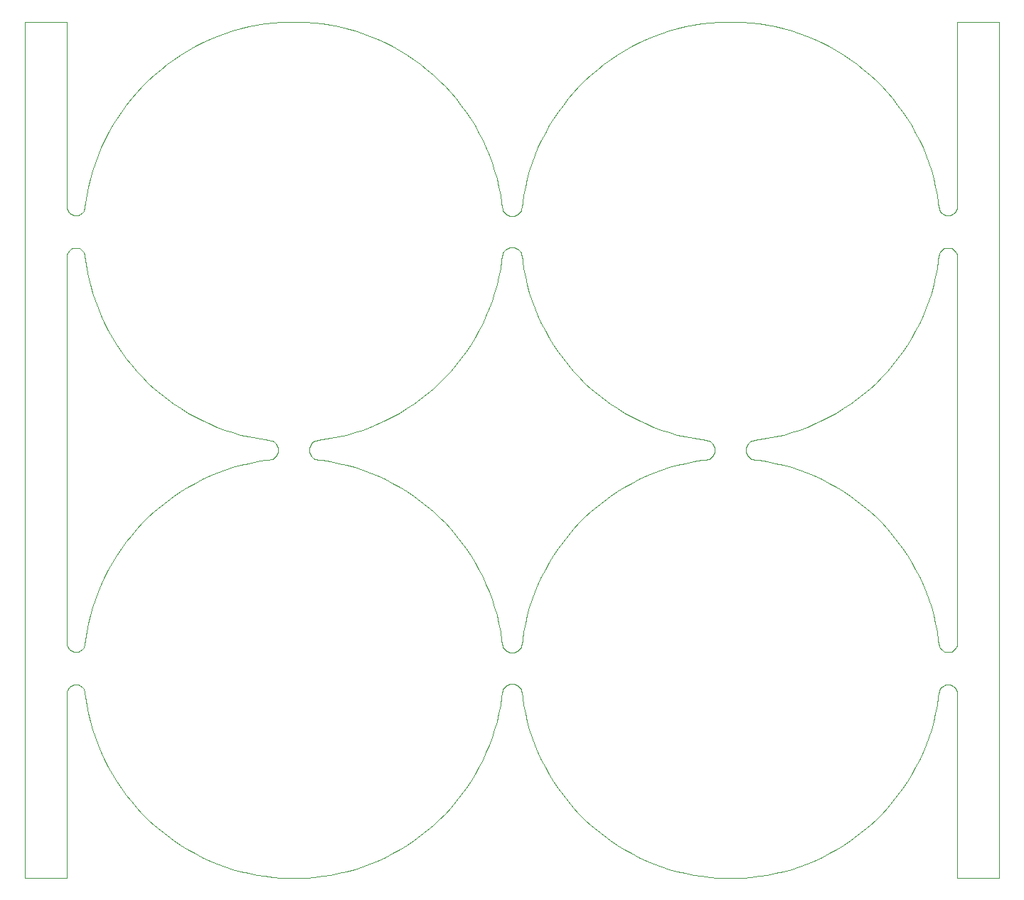
<source format=gm1>
%TF.GenerationSoftware,KiCad,Pcbnew,9.0.0*%
%TF.CreationDate,2025-02-27T10:20:03-06:00*%
%TF.ProjectId,reverse-panel,72657665-7273-4652-9d70-616e656c2e6b,rev?*%
%TF.SameCoordinates,Original*%
%TF.FileFunction,Profile,NP*%
%FSLAX46Y46*%
G04 Gerber Fmt 4.6, Leading zero omitted, Abs format (unit mm)*
G04 Created by KiCad (PCBNEW 9.0.0) date 2025-02-27 10:20:03*
%MOMM*%
%LPD*%
G01*
G04 APERTURE LIST*
%TA.AperFunction,Profile*%
%ADD10C,0.100000*%
%TD*%
G04 APERTURE END LIST*
D10*
X66606311Y-68687708D02*
X67327184Y-68021340D01*
X23666702Y-99997790D02*
X23827879Y-100050160D01*
X99753360Y-76882071D02*
X99882071Y-76753360D01*
X95687711Y-25810023D02*
X94742883Y-26076492D01*
X37358566Y-28431640D02*
X36521542Y-28944569D01*
X25130160Y-52747879D02*
X25077790Y-52586702D01*
X59111762Y-26719627D02*
X58190754Y-26379849D01*
X85393689Y-83312292D02*
X84672816Y-83978660D01*
X18000000Y-25000000D02*
X23000000Y-25000000D01*
X96642271Y-74419147D02*
X97605093Y-74610664D01*
X30066984Y-117088899D02*
X30674739Y-117859832D01*
X23029840Y-99252121D02*
X23082210Y-99413298D01*
X58190754Y-73620151D02*
X59111762Y-73280373D01*
X55357729Y-126419147D02*
X56312289Y-126189977D01*
X99882071Y-75246640D02*
X99753360Y-75117929D01*
X61784918Y-72048032D02*
X62641434Y-71568360D01*
X114641434Y-123568360D02*
X115478458Y-123055431D01*
X33393689Y-31312292D02*
X32672816Y-31978660D01*
X123568360Y-114641434D02*
X124048032Y-113784918D01*
X128921119Y-99428562D02*
X128973489Y-99267385D01*
X54394907Y-74610664D02*
X55357729Y-74419147D01*
X51843576Y-75908987D02*
X51843576Y-76091013D01*
X65088899Y-69933016D02*
X65859832Y-69325261D01*
X81489964Y-116294699D02*
X82066984Y-117088899D01*
X110190754Y-125620151D02*
X111111762Y-125280373D01*
X83978660Y-67327184D02*
X84672816Y-68021340D01*
X25156671Y-104915264D02*
X25130160Y-104747879D01*
X90215082Y-72048032D02*
X91089769Y-72493707D01*
X36521542Y-71055431D02*
X37358566Y-71568360D01*
X127218596Y-52178762D02*
X127098762Y-52298596D01*
X78379849Y-58190754D02*
X78719627Y-59111762D01*
X61784918Y-79951968D02*
X60910231Y-79506293D01*
X99989063Y-76606098D02*
X100071700Y-76443913D01*
X88521542Y-123055431D02*
X89358566Y-123568360D01*
X99443913Y-77071700D02*
X99606098Y-76989063D01*
X49509158Y-25004819D02*
X48528230Y-25043360D01*
X105425309Y-126764234D02*
X106394907Y-126610664D01*
X128840851Y-52435702D02*
X128741238Y-52298596D01*
X77127949Y-47270797D02*
X77156424Y-47091013D01*
X30674739Y-117859832D02*
X31312292Y-118606311D01*
X83312292Y-33393689D02*
X82674739Y-34140168D01*
X93809246Y-78379849D02*
X92888238Y-78719627D01*
X24332121Y-103949840D02*
X24164736Y-103923329D01*
X124493707Y-91089769D02*
X124048032Y-90215082D01*
X74843576Y-47084736D02*
X74764234Y-46574691D01*
X77071700Y-52556087D02*
X76989063Y-52393902D01*
X47443913Y-74928300D02*
X47270797Y-74872051D01*
X78719627Y-111111762D02*
X79095301Y-112018721D01*
X24164736Y-51923329D02*
X23995264Y-51923329D01*
X75908987Y-103843576D02*
X75729203Y-103872051D01*
X99270797Y-77127949D02*
X99443913Y-77071700D01*
X23827879Y-48050160D02*
X23995264Y-48076671D01*
X128744567Y-104313860D02*
X128624733Y-104194026D01*
X47753360Y-76882071D02*
X47882071Y-76753360D01*
X39089769Y-72493707D02*
X39981279Y-72904699D01*
X127098762Y-52298596D02*
X126999149Y-52435702D01*
X76606098Y-104010937D02*
X76443913Y-103928300D01*
X108312289Y-74189977D02*
X109257117Y-73923508D01*
X41809246Y-78379849D02*
X40888238Y-78719627D01*
X128844180Y-99579562D02*
X128921119Y-99428562D01*
X76882071Y-104246640D02*
X76753360Y-104117929D01*
X26379849Y-93809246D02*
X26076492Y-94742883D01*
X47606098Y-75010937D02*
X47443913Y-74928300D01*
X25580853Y-44642271D02*
X25389336Y-45605093D01*
X74189977Y-43687711D02*
X73923508Y-42742883D01*
X126846658Y-99100000D02*
X126873169Y-99267385D01*
X79506293Y-60910231D02*
X79951968Y-61784918D01*
X123568360Y-89358566D02*
X123055431Y-88521542D01*
X54394907Y-77389336D02*
X53425309Y-77235766D01*
X23029840Y-52747879D02*
X23003329Y-52915264D01*
X121325261Y-86140168D02*
X120687708Y-85393689D01*
X107357729Y-77580853D02*
X106394907Y-77389336D01*
X23159149Y-52435702D02*
X23082210Y-52586702D01*
X114641434Y-80431640D02*
X113784918Y-79951968D01*
X64294699Y-29489964D02*
X63478458Y-28944569D01*
X120021340Y-84672816D02*
X119327184Y-83978660D01*
X23515702Y-52079149D02*
X23378596Y-52178762D01*
X89358566Y-123568360D02*
X90215082Y-124048032D01*
X56312289Y-77810023D02*
X55357729Y-77580853D01*
X127671208Y-100065424D02*
X127838593Y-100091935D01*
X126764234Y-53425309D02*
X126843329Y-52915264D01*
X24332121Y-48050160D02*
X24493298Y-47997790D01*
X123055431Y-88521542D02*
X122510036Y-87705301D01*
X106394907Y-25389336D02*
X105425309Y-25235766D01*
X28431640Y-89358566D02*
X27951968Y-90215082D01*
X75908987Y-48156424D02*
X76091013Y-48156424D01*
X23378596Y-99821238D02*
X23515702Y-99920851D01*
X100156424Y-76091013D02*
X100156424Y-75908987D01*
X124904699Y-91981279D02*
X124493707Y-91089769D01*
X120021340Y-67327184D02*
X120687708Y-66606311D01*
X51928300Y-76443913D02*
X52010937Y-76606098D01*
X23082210Y-52586702D02*
X23029840Y-52747879D01*
X71055431Y-88521542D02*
X70510036Y-87705301D01*
X63478458Y-123055431D02*
X64294699Y-122510036D01*
X73280373Y-59111762D02*
X73620151Y-58190754D01*
X26719627Y-111111762D02*
X27095301Y-112018721D01*
X60018721Y-124904699D02*
X60910231Y-124493707D01*
X23029840Y-104747879D02*
X23003329Y-104915264D01*
X78076492Y-94742883D02*
X77810023Y-95687711D01*
X99549571Y-25120382D02*
X98574691Y-25235766D01*
X121325261Y-34140168D02*
X120687708Y-33393689D01*
X77071700Y-99443913D02*
X77127949Y-99270797D01*
X114641434Y-28431640D02*
X113784918Y-27951968D01*
X105425309Y-25235766D02*
X104450429Y-25120382D01*
X126189977Y-56312289D02*
X126419147Y-55357729D01*
X76443913Y-48071700D02*
X76606098Y-47989063D01*
X24493298Y-52002210D02*
X24332121Y-51949840D01*
X71055431Y-63478458D02*
X71568360Y-62641434D01*
X23258762Y-104298596D02*
X23159149Y-104435702D01*
X43687711Y-74189977D02*
X44642271Y-74419147D01*
X28944569Y-36521542D02*
X28431640Y-37358566D01*
X79506293Y-112910231D02*
X79951968Y-113784918D01*
X124904699Y-112018721D02*
X125280373Y-111111762D01*
X97605093Y-77389336D02*
X96642271Y-77580853D01*
X26076492Y-94742883D02*
X25810023Y-95687711D01*
X120021340Y-119327184D02*
X120687708Y-118606311D01*
X52246640Y-75117929D02*
X52117929Y-75246640D01*
X80431640Y-62641434D02*
X80944569Y-63478458D01*
X127510031Y-100013054D02*
X127671208Y-100065424D01*
X80431640Y-114641434D02*
X80944569Y-115478458D01*
X31978660Y-84672816D02*
X31312292Y-85393689D01*
X72493707Y-112910231D02*
X72904699Y-112018721D01*
X118606311Y-31312292D02*
X117859832Y-30674739D01*
X24493298Y-47997790D02*
X24644298Y-47920851D01*
X112018721Y-27095301D02*
X111111762Y-26719627D01*
X126764234Y-46574691D02*
X126610664Y-45605093D01*
X74610664Y-106394907D02*
X74764234Y-105425309D01*
X85393689Y-120687708D02*
X86140168Y-121325261D01*
X76882071Y-47753360D02*
X76989063Y-47606098D01*
X25389336Y-54394907D02*
X25580853Y-55357729D01*
X25235766Y-46574691D02*
X25156671Y-47084736D01*
X99989063Y-75393902D02*
X99882071Y-75246640D01*
X75010937Y-52393902D02*
X74928300Y-52556087D01*
X86911101Y-121933016D02*
X87705301Y-122510036D01*
X85393689Y-68687708D02*
X86140168Y-69325261D01*
X68021340Y-84672816D02*
X67327184Y-83978660D01*
X124904699Y-39981279D02*
X124493707Y-39089769D01*
X47270797Y-74872051D02*
X47091013Y-74843576D01*
X59111762Y-78719627D02*
X58190754Y-78379849D01*
X25235766Y-98574691D02*
X25156671Y-99084736D01*
X30674739Y-86140168D02*
X30066984Y-86911101D01*
X78719627Y-92888238D02*
X78379849Y-93809246D01*
X78719627Y-59111762D02*
X79095301Y-60018721D01*
X124048032Y-61784918D02*
X124493707Y-60910231D01*
X23378596Y-52178762D02*
X23258762Y-52298596D01*
X127838593Y-100091935D02*
X128008065Y-100091935D01*
X63478458Y-80944569D02*
X62641434Y-80431640D01*
X56312289Y-25810023D02*
X55357729Y-25580853D01*
X73923508Y-109257117D02*
X74189977Y-108312289D01*
X28431640Y-62641434D02*
X28944569Y-63478458D01*
X75246640Y-47882071D02*
X75393902Y-47989063D01*
X74928300Y-104556087D02*
X74872051Y-104729203D01*
X24493298Y-104002210D02*
X24332121Y-103949840D01*
X75117929Y-99753360D02*
X75246640Y-99882071D01*
X75010937Y-47606098D02*
X75117929Y-47753360D01*
X23258762Y-52298596D02*
X23159149Y-52435702D01*
X74419147Y-44642271D02*
X74189977Y-43687711D01*
X128621404Y-47821238D02*
X128741238Y-47701404D01*
X75010937Y-104393902D02*
X74928300Y-104556087D01*
X25580853Y-96642271D02*
X25389336Y-97605093D01*
X126999149Y-47564298D02*
X127098762Y-47701404D01*
X56312289Y-126189977D02*
X57257117Y-125923508D01*
X38215082Y-27951968D02*
X37358566Y-28431640D01*
X74843576Y-99084736D02*
X74764234Y-98574691D01*
X55357729Y-25580853D02*
X54394907Y-25389336D01*
X128917790Y-47413298D02*
X128970160Y-47252121D01*
X75117929Y-52246640D02*
X75010937Y-52393902D01*
X126610664Y-106394907D02*
X126764234Y-105425309D01*
X85393689Y-31312292D02*
X84672816Y-31978660D01*
X99091013Y-77156424D02*
X99270797Y-77127949D01*
X76753360Y-47882071D02*
X76882071Y-47753360D01*
X25810023Y-95687711D02*
X25580853Y-96642271D01*
X128008065Y-103938593D02*
X127838593Y-103938593D01*
X32672816Y-83978660D02*
X31978660Y-84672816D01*
X65088899Y-30066984D02*
X64294699Y-29489964D01*
X125923508Y-42742883D02*
X125620151Y-41809246D01*
X126764234Y-98574691D02*
X126610664Y-97605093D01*
X128996671Y-52915264D02*
X128970160Y-52747879D01*
X77156424Y-104908987D02*
X77127949Y-104729203D01*
X34140168Y-82674739D02*
X33393689Y-83312292D01*
X86140168Y-30674739D02*
X85393689Y-31312292D01*
X73280373Y-92888238D02*
X72904699Y-91981279D01*
X35705301Y-70510036D02*
X36521542Y-71055431D01*
X124493707Y-39089769D02*
X124048032Y-38215082D01*
X103843576Y-75908987D02*
X103843576Y-76091013D01*
X51471770Y-126956640D02*
X52450429Y-126879618D01*
X75393902Y-104010937D02*
X75246640Y-104117929D01*
X104010937Y-75393902D02*
X103928300Y-75556087D01*
X127667879Y-48050160D02*
X127835264Y-48076671D01*
X76989063Y-104393902D02*
X76882071Y-104246640D01*
X80944569Y-36521542D02*
X80431640Y-37358566D01*
X25810023Y-56312289D02*
X26076492Y-57257117D01*
X39981279Y-72904699D02*
X40888238Y-73280373D01*
X51843576Y-76091013D02*
X51872051Y-76270797D01*
X105425309Y-74764234D02*
X106394907Y-74610664D01*
X88521542Y-28944569D02*
X87705301Y-29489964D01*
X25580853Y-107357729D02*
X25810023Y-108312289D01*
X53425309Y-77235766D02*
X52908987Y-77156424D01*
X127667879Y-51949840D02*
X127506702Y-52002210D01*
X116294699Y-70510036D02*
X117088899Y-69933016D01*
X125620151Y-93809246D02*
X125280373Y-92888238D01*
X68021340Y-32672816D02*
X67327184Y-31978660D01*
X82066984Y-65088899D02*
X82674739Y-65859832D01*
X50490842Y-25004819D02*
X49509158Y-25004819D01*
X124048032Y-90215082D02*
X123568360Y-89358566D01*
X76270797Y-103872051D02*
X76091013Y-103843576D01*
X25580853Y-55357729D02*
X25810023Y-56312289D01*
X48127949Y-75729203D02*
X48071700Y-75556087D01*
X109257117Y-78076492D02*
X108312289Y-77810023D01*
X76882071Y-52246640D02*
X76753360Y-52117929D01*
X121933016Y-34911101D02*
X121325261Y-34140168D01*
X79095301Y-112018721D02*
X79506293Y-112910231D01*
X46574691Y-74764234D02*
X47091013Y-74843576D01*
X77389336Y-106394907D02*
X77580853Y-107357729D01*
X129000000Y-25000000D02*
X129000000Y-47084736D01*
X96642271Y-126419147D02*
X97605093Y-126610664D01*
X77156424Y-52908987D02*
X77127949Y-52729203D01*
X77127949Y-99270797D02*
X77156424Y-99091013D01*
X103928300Y-76443913D02*
X104010937Y-76606098D01*
X119327184Y-83978660D02*
X118606311Y-83312292D01*
X69325261Y-117859832D02*
X69933016Y-117088899D01*
X52908987Y-74843576D02*
X53425309Y-74764234D01*
X76606098Y-52010937D02*
X76443913Y-51928300D01*
X120021340Y-32672816D02*
X119327184Y-31978660D01*
X24332121Y-100050160D02*
X24493298Y-99997790D01*
X126999149Y-52435702D02*
X126922210Y-52586702D01*
X100127949Y-76270797D02*
X100156424Y-76091013D01*
X23995264Y-51923329D02*
X23827879Y-51949840D01*
X128844180Y-104450966D02*
X128744567Y-104313860D01*
X127102091Y-99716668D02*
X127221925Y-99836502D01*
X75556087Y-48071700D02*
X75729203Y-48127949D01*
X37358566Y-123568360D02*
X38215082Y-124048032D01*
X78076492Y-57257117D02*
X78379849Y-58190754D01*
X84672816Y-31978660D02*
X83978660Y-32672816D01*
X104246640Y-75117929D02*
X104117929Y-75246640D01*
X127506702Y-47997790D02*
X127667879Y-48050160D01*
X122510036Y-64294699D02*
X123055431Y-63478458D01*
X28431640Y-114641434D02*
X28944569Y-115478458D01*
X91089769Y-27506293D02*
X90215082Y-27951968D01*
X92888238Y-26719627D02*
X91981279Y-27095301D01*
X25000851Y-104435702D02*
X24901238Y-104298596D01*
X23666702Y-52002210D02*
X23515702Y-52079149D01*
X53425309Y-25235766D02*
X52450429Y-25120382D01*
X25235766Y-53425309D02*
X25389336Y-54394907D01*
X34911101Y-121933016D02*
X35705301Y-122510036D01*
X71568360Y-62641434D02*
X72048032Y-61784918D01*
X128973489Y-104763143D02*
X128921119Y-104601966D01*
X74419147Y-96642271D02*
X74189977Y-95687711D01*
X104908987Y-74843576D02*
X104729203Y-74872051D01*
X104729203Y-77127949D02*
X104908987Y-77156424D01*
X73620151Y-41809246D02*
X73280373Y-40888238D01*
X91089769Y-124493707D02*
X91981279Y-124904699D01*
X126419147Y-55357729D02*
X126610664Y-54394907D01*
X47443913Y-77071700D02*
X47606098Y-76989063D01*
X68687708Y-66606311D02*
X69325261Y-65859832D01*
X128970160Y-52747879D02*
X128917790Y-52586702D01*
X75729203Y-48127949D02*
X75908987Y-48156424D01*
X27951968Y-61784918D02*
X28431640Y-62641434D01*
X40888238Y-73280373D02*
X41809246Y-73620151D01*
X128004736Y-48076671D02*
X128172121Y-48050160D01*
X120687708Y-85393689D02*
X120021340Y-84672816D01*
X75246640Y-99882071D02*
X75393902Y-99989063D01*
X24164736Y-48076671D02*
X24332121Y-48050160D01*
X126925539Y-99428562D02*
X127002478Y-99579562D01*
X36521542Y-80944569D02*
X35705301Y-81489964D01*
X71055431Y-36521542D02*
X70510036Y-35705301D01*
X23666702Y-104002210D02*
X23515702Y-104079149D01*
X95687711Y-126189977D02*
X96642271Y-126419147D01*
X126843329Y-47084736D02*
X126764234Y-46574691D01*
X74610664Y-45605093D02*
X74419147Y-44642271D01*
X112910231Y-72493707D02*
X113784918Y-72048032D01*
X126922210Y-47413298D02*
X126999149Y-47564298D01*
X101509158Y-126995181D02*
X102490842Y-126995181D01*
X51928300Y-75556087D02*
X51872051Y-75729203D01*
X98574691Y-74764234D02*
X99091013Y-74843576D01*
X79951968Y-113784918D02*
X80431640Y-114641434D01*
X40888238Y-78719627D02*
X39981279Y-79095301D01*
X108312289Y-126189977D02*
X109257117Y-125923508D01*
X79951968Y-61784918D02*
X80431640Y-62641434D01*
X77235766Y-53425309D02*
X77389336Y-54394907D01*
X52729203Y-77127949D02*
X52908987Y-77156424D01*
X76270797Y-51872051D02*
X76091013Y-51843576D01*
X76443913Y-103928300D02*
X76270797Y-103872051D01*
X114641434Y-71568360D02*
X115478458Y-71055431D01*
X117859832Y-121325261D02*
X118606311Y-120687708D01*
X126610664Y-45605093D02*
X126419147Y-44642271D01*
X36521542Y-28944569D02*
X35705301Y-29489964D01*
X77156424Y-104930528D02*
X77235766Y-105425309D01*
X75556087Y-103928300D02*
X75393902Y-104010937D01*
X124493707Y-60910231D02*
X124904699Y-60018721D01*
X127002478Y-104450966D02*
X126925539Y-104601966D01*
X44642271Y-74419147D02*
X45605093Y-74610664D01*
X99443913Y-74928300D02*
X99270797Y-74872051D01*
X72048032Y-61784918D02*
X72493707Y-60910231D01*
X52393902Y-75010937D02*
X52246640Y-75117929D01*
X24781404Y-52178762D02*
X24644298Y-52079149D01*
X72904699Y-91981279D02*
X72493707Y-91089769D01*
X36521542Y-123055431D02*
X37358566Y-123568360D01*
X104117929Y-76753360D02*
X104246640Y-76882071D01*
X50490842Y-126995181D02*
X51471770Y-126956640D01*
X74764234Y-46574691D02*
X74610664Y-45605093D01*
X117088899Y-69933016D02*
X117859832Y-69325261D01*
X77389336Y-45605093D02*
X77235766Y-46574691D01*
X104556087Y-74928300D02*
X104393902Y-75010937D01*
X115478458Y-80944569D02*
X114641434Y-80431640D01*
X121933016Y-117088899D02*
X122510036Y-116294699D01*
X24493298Y-99997790D02*
X24644298Y-99920851D01*
X88521542Y-80944569D02*
X87705301Y-81489964D01*
X76091013Y-48156424D02*
X76270797Y-48127949D01*
X79095301Y-60018721D02*
X79506293Y-60910231D01*
X91089769Y-72493707D02*
X91981279Y-72904699D01*
X83978660Y-119327184D02*
X84672816Y-120021340D01*
X129000000Y-104930528D02*
X128973489Y-104763143D01*
X128333298Y-52002210D02*
X128172121Y-51949840D01*
X62641434Y-80431640D02*
X61784918Y-79951968D01*
X106394907Y-126610664D02*
X107357729Y-126419147D01*
X75729203Y-100127949D02*
X75908987Y-100156424D01*
X66606311Y-120687708D02*
X67327184Y-120021340D01*
X80944569Y-88521542D02*
X80431640Y-89358566D01*
X60018721Y-27095301D02*
X59111762Y-26719627D01*
X111111762Y-78719627D02*
X110190754Y-78379849D01*
X77389336Y-97605093D02*
X77235766Y-98574691D01*
X75393902Y-47989063D02*
X75556087Y-48071700D01*
X77127949Y-52729203D02*
X77071700Y-52556087D01*
X72048032Y-38215082D02*
X71568360Y-37358566D01*
X43687711Y-25810023D02*
X42742883Y-26076492D01*
X25810023Y-108312289D02*
X26076492Y-109257117D01*
X127355702Y-52079149D02*
X127218596Y-52178762D01*
X48528230Y-25043360D02*
X47549571Y-25120382D01*
X52117929Y-76753360D02*
X52246640Y-76882071D01*
X125280373Y-111111762D02*
X125620151Y-110190754D01*
X90215082Y-27951968D02*
X89358566Y-28431640D01*
X60910231Y-27506293D02*
X60018721Y-27095301D01*
X77580853Y-55357729D02*
X77810023Y-56312289D01*
X23258762Y-47701404D02*
X23378596Y-47821238D01*
X74872051Y-52729203D02*
X74843576Y-52908987D01*
X23515702Y-104079149D02*
X23378596Y-104178762D01*
X34140168Y-121325261D02*
X34911101Y-121933016D01*
X60910231Y-79506293D02*
X60018721Y-79095301D01*
X118606311Y-120687708D02*
X119327184Y-120021340D01*
X122510036Y-87705301D02*
X121933016Y-86911101D01*
X86140168Y-82674739D02*
X85393689Y-83312292D01*
X65859832Y-69325261D02*
X66606311Y-68687708D01*
X111111762Y-125280373D02*
X112018721Y-124904699D01*
X58190754Y-26379849D02*
X57257117Y-26076492D01*
X94742883Y-26076492D02*
X93809246Y-26379849D01*
X74610664Y-54394907D02*
X74764234Y-53425309D01*
X23159149Y-99564298D02*
X23258762Y-99701404D01*
X83312292Y-85393689D02*
X82674739Y-86140168D01*
X32672816Y-68021340D02*
X33393689Y-68687708D01*
X104393902Y-76989063D02*
X104556087Y-77071700D01*
X88521542Y-71055431D02*
X89358566Y-71568360D01*
X38215082Y-79951968D02*
X37358566Y-80431640D01*
X76989063Y-47606098D02*
X77071700Y-47443913D01*
X87705301Y-29489964D02*
X86911101Y-30066984D01*
X24164736Y-100076671D02*
X24332121Y-100050160D01*
X112910231Y-124493707D02*
X113784918Y-124048032D01*
X125620151Y-41809246D02*
X125280373Y-40888238D01*
X81489964Y-64294699D02*
X82066984Y-65088899D01*
X49509158Y-126995181D02*
X50490842Y-126995181D01*
X63478458Y-28944569D02*
X62641434Y-28431640D01*
X48127949Y-76270797D02*
X48156424Y-76091013D01*
X87705301Y-70510036D02*
X88521542Y-71055431D01*
X78719627Y-40888238D02*
X78379849Y-41809246D01*
X112018721Y-124904699D02*
X112910231Y-124493707D01*
X76989063Y-99606098D02*
X77071700Y-99443913D01*
X126869840Y-47252121D02*
X126922210Y-47413298D01*
X47549571Y-126879618D02*
X48528230Y-126956640D01*
X83978660Y-84672816D02*
X83312292Y-85393689D01*
X110190754Y-26379849D02*
X109257117Y-26076492D01*
X28944569Y-63478458D02*
X29489964Y-64294699D01*
X117859832Y-30674739D02*
X117088899Y-30066984D01*
X95687711Y-74189977D02*
X96642271Y-74419147D01*
X125280373Y-40888238D02*
X124904699Y-39981279D01*
X24901238Y-52298596D02*
X24781404Y-52178762D01*
X39089769Y-27506293D02*
X38215082Y-27951968D01*
X24901238Y-47701404D02*
X25000851Y-47564298D01*
X126419147Y-44642271D02*
X126189977Y-43687711D01*
X92888238Y-73280373D02*
X93809246Y-73620151D01*
X104556087Y-77071700D02*
X104729203Y-77127949D01*
X123568360Y-37358566D02*
X123055431Y-36521542D01*
X45605093Y-126610664D02*
X46574691Y-126764234D01*
X128333298Y-47997790D02*
X128484298Y-47920851D01*
X128172121Y-48050160D02*
X128333298Y-47997790D01*
X128921119Y-104601966D02*
X128844180Y-104450966D01*
X100127949Y-75729203D02*
X100071700Y-75556087D01*
X66606311Y-31312292D02*
X65859832Y-30674739D01*
X72493707Y-60910231D02*
X72904699Y-60018721D01*
X125280373Y-92888238D02*
X124904699Y-91981279D01*
X23000000Y-52915264D02*
X23000000Y-99084736D01*
X127835264Y-48076671D02*
X128004736Y-48076671D01*
X28944569Y-115478458D02*
X29489964Y-116294699D01*
X31312292Y-33393689D02*
X30674739Y-34140168D01*
X25077790Y-47413298D02*
X25130160Y-47252121D01*
X112018721Y-72904699D02*
X112910231Y-72493707D01*
X43687711Y-126189977D02*
X44642271Y-126419147D01*
X40888238Y-26719627D02*
X39981279Y-27095301D01*
X70510036Y-35705301D02*
X69933016Y-34911101D01*
X47270797Y-77127949D02*
X47443913Y-77071700D01*
X69325261Y-34140168D02*
X68687708Y-33393689D01*
X127221925Y-104194026D02*
X127102091Y-104313860D01*
X23378596Y-47821238D02*
X23515702Y-47920851D01*
X74610664Y-97605093D02*
X74419147Y-96642271D01*
X104010937Y-76606098D02*
X104117929Y-76753360D01*
X75729203Y-103872051D02*
X75556087Y-103928300D01*
X23000000Y-25000000D02*
X23000000Y-47084736D01*
X46574691Y-77235766D02*
X45605093Y-77389336D01*
X23827879Y-100050160D02*
X23995264Y-100076671D01*
X43687711Y-77810023D02*
X42742883Y-78076492D01*
X126189977Y-108312289D02*
X126419147Y-107357729D01*
X48156424Y-76091013D02*
X48156424Y-75908987D01*
X27506293Y-112910231D02*
X27951968Y-113784918D01*
X62641434Y-123568360D02*
X63478458Y-123055431D01*
X67327184Y-31978660D02*
X66606311Y-31312292D01*
X39981279Y-79095301D02*
X39089769Y-79506293D01*
X52246640Y-76882071D02*
X52393902Y-76989063D01*
X118606311Y-83312292D02*
X117859832Y-82674739D01*
X127221925Y-99836502D02*
X127359031Y-99936115D01*
X29489964Y-64294699D02*
X30066984Y-65088899D01*
X75556087Y-51928300D02*
X75393902Y-52010937D01*
X127510031Y-104017474D02*
X127359031Y-104094413D01*
X128487627Y-99936115D02*
X128624733Y-99836502D01*
X69933016Y-117088899D02*
X70510036Y-116294699D01*
X86911101Y-69933016D02*
X87705301Y-70510036D01*
X51872051Y-76270797D02*
X51928300Y-76443913D01*
X45605093Y-25389336D02*
X44642271Y-25580853D01*
X74872051Y-47270797D02*
X74928300Y-47443913D01*
X122510036Y-35705301D02*
X121933016Y-34911101D01*
X127098762Y-47701404D02*
X127218596Y-47821238D01*
X96642271Y-25580853D02*
X95687711Y-25810023D01*
X73620151Y-58190754D02*
X73923508Y-57257117D01*
X134000000Y-25000000D02*
X134000000Y-127000000D01*
X70510036Y-116294699D02*
X71055431Y-115478458D01*
X62641434Y-71568360D02*
X63478458Y-71055431D01*
X25077790Y-52586702D02*
X25000851Y-52435702D01*
X77156424Y-52915264D02*
X77235766Y-53425309D01*
X31312292Y-66606311D02*
X31978660Y-67327184D01*
X52393902Y-76989063D02*
X52556087Y-77071700D01*
X128624733Y-104194026D02*
X128487627Y-104094413D01*
X54394907Y-25389336D02*
X53425309Y-25235766D01*
X23258762Y-99701404D02*
X23378596Y-99821238D01*
X63478458Y-71055431D02*
X64294699Y-70510036D01*
X120687708Y-118606311D02*
X121325261Y-117859832D01*
X24781404Y-104178762D02*
X24644298Y-104079149D01*
X82674739Y-34140168D02*
X82066984Y-34911101D01*
X33393689Y-83312292D02*
X32672816Y-83978660D01*
X73923508Y-57257117D02*
X74189977Y-56312289D01*
X74764234Y-105425309D02*
X74843576Y-104930528D01*
X75908987Y-51843576D02*
X75729203Y-51872051D01*
X47091013Y-77156424D02*
X47270797Y-77127949D01*
X24901238Y-99701404D02*
X25000851Y-99564298D01*
X26076492Y-42742883D02*
X25810023Y-43687711D01*
X64294699Y-70510036D02*
X65088899Y-69933016D01*
X45605093Y-74610664D02*
X46574691Y-74764234D01*
X55357729Y-77580853D02*
X54394907Y-77389336D01*
X127359031Y-99936115D02*
X127510031Y-100013054D01*
X33393689Y-68687708D02*
X34140168Y-69325261D01*
X86911101Y-30066984D02*
X86140168Y-30674739D01*
X108312289Y-25810023D02*
X107357729Y-25580853D01*
X65859832Y-82674739D02*
X65088899Y-82066984D01*
X24901238Y-104298596D02*
X24781404Y-104178762D01*
X27506293Y-60910231D02*
X27951968Y-61784918D01*
X76443913Y-51928300D02*
X76270797Y-51872051D01*
X65859832Y-121325261D02*
X66606311Y-120687708D01*
X72048032Y-113784918D02*
X72493707Y-112910231D01*
X100071700Y-75556087D02*
X99989063Y-75393902D01*
X103471770Y-25043360D02*
X102490842Y-25004819D01*
X91981279Y-79095301D02*
X91089769Y-79506293D01*
X116294699Y-122510036D02*
X117088899Y-121933016D01*
X126610664Y-54394907D02*
X126764234Y-53425309D01*
X24332121Y-51949840D02*
X24164736Y-51923329D01*
X82674739Y-86140168D02*
X82066984Y-86911101D01*
X94742883Y-73923508D02*
X95687711Y-74189977D01*
X47549571Y-25120382D02*
X46574691Y-25235766D01*
X79951968Y-90215082D02*
X79506293Y-91089769D01*
X31312292Y-118606311D02*
X31978660Y-119327184D01*
X115478458Y-123055431D02*
X116294699Y-122510036D01*
X128840851Y-47564298D02*
X128917790Y-47413298D01*
X70510036Y-87705301D02*
X69933016Y-86911101D01*
X25000851Y-52435702D02*
X24901238Y-52298596D01*
X60018721Y-79095301D02*
X59111762Y-78719627D01*
X113784918Y-72048032D02*
X114641434Y-71568360D01*
X68687708Y-118606311D02*
X69325261Y-117859832D01*
X75393902Y-99989063D02*
X75556087Y-100071700D01*
X75246640Y-104117929D02*
X75117929Y-104246640D01*
X75729203Y-51872051D02*
X75556087Y-51928300D01*
X46574691Y-126764234D02*
X47549571Y-126879618D01*
X118606311Y-68687708D02*
X119327184Y-68021340D01*
X25077790Y-99413298D02*
X25130160Y-99252121D01*
X76091013Y-103843576D02*
X75908987Y-103843576D01*
X23995264Y-100076671D02*
X24164736Y-100076671D01*
X23515702Y-47920851D02*
X23666702Y-47997790D01*
X125280373Y-59111762D02*
X125620151Y-58190754D01*
X91981279Y-124904699D02*
X92888238Y-125280373D01*
X117088899Y-82066984D02*
X116294699Y-81489964D01*
X58190754Y-78379849D02*
X57257117Y-78076492D01*
X125923508Y-109257117D02*
X126189977Y-108312289D01*
X27951968Y-38215082D02*
X27506293Y-39089769D01*
X74872051Y-104729203D02*
X74843576Y-104908987D01*
X94742883Y-125923508D02*
X95687711Y-126189977D01*
X107357729Y-126419147D02*
X108312289Y-126189977D01*
X104729203Y-74872051D02*
X104556087Y-74928300D01*
X62641434Y-28431640D02*
X61784918Y-27951968D01*
X48071700Y-76443913D02*
X48127949Y-76270797D01*
X41809246Y-26379849D02*
X40888238Y-26719627D01*
X82674739Y-65859832D02*
X83312292Y-66606311D01*
X124048032Y-113784918D02*
X124493707Y-112910231D01*
X38215082Y-124048032D02*
X39089769Y-124493707D01*
X76091013Y-51843576D02*
X75908987Y-51843576D01*
X74928300Y-52556087D02*
X74872051Y-52729203D01*
X71568360Y-114641434D02*
X72048032Y-113784918D01*
X103928300Y-75556087D02*
X103872051Y-75729203D01*
X91981279Y-72904699D02*
X92888238Y-73280373D01*
X48156424Y-75908987D02*
X48127949Y-75729203D01*
X104450429Y-126879618D02*
X105425309Y-126764234D01*
X89358566Y-28431640D02*
X88521542Y-28944569D01*
X52450429Y-126879618D02*
X53425309Y-126764234D01*
X112910231Y-27506293D02*
X112018721Y-27095301D01*
X27506293Y-91089769D02*
X27095301Y-91981279D01*
X60910231Y-72493707D02*
X61784918Y-72048032D01*
X74928300Y-47443913D02*
X75010937Y-47606098D01*
X126843329Y-99084736D02*
X126764234Y-98574691D01*
X100528230Y-25043360D02*
X99549571Y-25120382D01*
X72904699Y-60018721D02*
X73280373Y-59111762D01*
X23000000Y-127000000D02*
X18000000Y-127000000D01*
X65859832Y-30674739D02*
X65088899Y-30066984D01*
X129000000Y-25000000D02*
X134000000Y-25000000D01*
X30066984Y-86911101D02*
X29489964Y-87705301D01*
X29489964Y-87705301D02*
X28944569Y-88521542D01*
X51872051Y-75729203D02*
X51843576Y-75908987D01*
X127002478Y-99579562D02*
X127102091Y-99716668D01*
X52908987Y-74843576D02*
X52729203Y-74872051D01*
X104393902Y-75010937D02*
X104246640Y-75117929D01*
X26379849Y-58190754D02*
X26719627Y-59111762D01*
X100156424Y-75908987D02*
X100127949Y-75729203D01*
X84672816Y-68021340D02*
X85393689Y-68687708D01*
X129000000Y-52915264D02*
X129000000Y-99084736D01*
X80944569Y-115478458D02*
X81489964Y-116294699D01*
X121933016Y-65088899D02*
X122510036Y-64294699D01*
X75117929Y-104246640D02*
X75010937Y-104393902D01*
X28431640Y-37358566D02*
X27951968Y-38215082D01*
X99549571Y-126879618D02*
X100528230Y-126956640D01*
X93809246Y-73620151D02*
X94742883Y-73923508D01*
X77235766Y-98574691D02*
X77156424Y-99084736D01*
X45605093Y-77389336D02*
X44642271Y-77580853D01*
X119327184Y-68021340D02*
X120021340Y-67327184D01*
X59111762Y-73280373D02*
X60018721Y-72904699D01*
X127506702Y-52002210D02*
X127355702Y-52079149D01*
X67327184Y-120021340D02*
X68021340Y-119327184D01*
X127838593Y-103938593D02*
X127671208Y-103965104D01*
X91089769Y-79506293D02*
X90215082Y-79951968D01*
X77127949Y-104729203D02*
X77071700Y-104556087D01*
X76882071Y-99753360D02*
X76989063Y-99606098D01*
X24781404Y-47821238D02*
X24901238Y-47701404D01*
X104908987Y-74843576D02*
X105425309Y-74764234D01*
X92888238Y-125280373D02*
X93809246Y-125620151D01*
X73923508Y-94742883D02*
X73620151Y-93809246D01*
X125620151Y-110190754D02*
X125923508Y-109257117D01*
X25156671Y-104930528D02*
X25235766Y-105425309D01*
X127671208Y-103965104D02*
X127510031Y-104017474D01*
X113784918Y-79951968D02*
X112910231Y-79506293D01*
X126925539Y-104601966D02*
X126873169Y-104763143D01*
X126873169Y-104763143D02*
X126846658Y-104930528D01*
X31978660Y-32672816D02*
X31312292Y-33393689D01*
X99882071Y-76753360D02*
X99989063Y-76606098D01*
X27095301Y-60018721D02*
X27506293Y-60910231D01*
X117088899Y-30066984D02*
X116294699Y-29489964D01*
X113784918Y-124048032D02*
X114641434Y-123568360D01*
X87705301Y-122510036D02*
X88521542Y-123055431D01*
X123568360Y-62641434D02*
X124048032Y-61784918D01*
X64294699Y-81489964D02*
X63478458Y-80944569D01*
X80431640Y-37358566D02*
X79951968Y-38215082D01*
X125923508Y-94742883D02*
X125620151Y-93809246D01*
X75556087Y-100071700D02*
X75729203Y-100127949D01*
X31978660Y-67327184D02*
X32672816Y-68021340D01*
X109257117Y-73923508D02*
X110190754Y-73620151D01*
X68687708Y-85393689D02*
X68021340Y-84672816D01*
X34140168Y-30674739D02*
X33393689Y-31312292D01*
X30066984Y-34911101D02*
X29489964Y-35705301D01*
X128336627Y-104017474D02*
X128175450Y-103965104D01*
X24644298Y-99920851D02*
X24781404Y-99821238D01*
X23000000Y-104915264D02*
X23000000Y-127000000D01*
X76443913Y-100071700D02*
X76606098Y-99989063D01*
X66606311Y-83312292D02*
X65859832Y-82674739D01*
X104117929Y-75246640D02*
X104010937Y-75393902D01*
X74189977Y-95687711D02*
X73923508Y-94742883D01*
X80944569Y-63478458D02*
X81489964Y-64294699D01*
X77580853Y-96642271D02*
X77389336Y-97605093D01*
X25077790Y-104586702D02*
X25000851Y-104435702D01*
X128624733Y-99836502D02*
X128744567Y-99716668D01*
X25389336Y-97605093D02*
X25235766Y-98574691D01*
X89358566Y-80431640D02*
X88521542Y-80944569D01*
X127218596Y-47821238D02*
X127355702Y-47920851D01*
X69933016Y-34911101D02*
X69325261Y-34140168D01*
X125923508Y-57257117D02*
X126189977Y-56312289D01*
X46574691Y-25235766D02*
X45605093Y-25389336D01*
X76270797Y-48127949D02*
X76443913Y-48071700D01*
X77071700Y-104556087D02*
X76989063Y-104393902D01*
X77810023Y-108312289D02*
X78076492Y-109257117D01*
X57257117Y-26076492D02*
X56312289Y-25810023D01*
X26719627Y-59111762D02*
X27095301Y-60018721D01*
X74764234Y-53425309D02*
X74843576Y-52915264D01*
X26076492Y-57257117D02*
X26379849Y-58190754D01*
X99606098Y-76989063D02*
X99753360Y-76882071D01*
X34911101Y-69933016D02*
X35705301Y-70510036D01*
X76753360Y-104117929D02*
X76606098Y-104010937D01*
X39981279Y-27095301D02*
X39089769Y-27506293D01*
X109257117Y-125923508D02*
X110190754Y-125620151D01*
X75393902Y-52010937D02*
X75246640Y-52117929D01*
X53425309Y-126764234D02*
X54394907Y-126610664D01*
X47882071Y-75246640D02*
X47753360Y-75117929D01*
X37358566Y-71568360D02*
X38215082Y-72048032D01*
X102490842Y-126995181D02*
X103471770Y-126956640D01*
X74928300Y-99443913D02*
X75010937Y-99606098D01*
X109257117Y-26076492D02*
X108312289Y-25810023D01*
X124493707Y-112910231D02*
X124904699Y-112018721D01*
X77580853Y-44642271D02*
X77389336Y-45605093D01*
X126419147Y-107357729D02*
X126610664Y-106394907D01*
X112910231Y-79506293D02*
X112018721Y-79095301D01*
X69325261Y-65859832D02*
X69933016Y-65088899D01*
X27951968Y-113784918D02*
X28431640Y-114641434D01*
X116294699Y-29489964D02*
X115478458Y-28944569D01*
X98574691Y-77235766D02*
X97605093Y-77389336D01*
X72493707Y-91089769D02*
X72048032Y-90215082D01*
X57257117Y-125923508D02*
X58190754Y-125620151D01*
X81489964Y-35705301D02*
X80944569Y-36521542D01*
X82674739Y-117859832D02*
X83312292Y-118606311D01*
X99270797Y-74872051D02*
X99091013Y-74843576D01*
X77810023Y-95687711D02*
X77580853Y-96642271D01*
X68021340Y-119327184D02*
X68687708Y-118606311D01*
X25000851Y-99564298D02*
X25077790Y-99413298D01*
X111111762Y-26719627D02*
X110190754Y-26379849D01*
X126873169Y-99267385D02*
X126925539Y-99428562D01*
X74843576Y-47091013D02*
X74872051Y-47270797D01*
X126764234Y-105425309D02*
X126843329Y-104930528D01*
X68021340Y-67327184D02*
X68687708Y-66606311D01*
X55357729Y-74419147D02*
X56312289Y-74189977D01*
X23159149Y-104435702D02*
X23082210Y-104586702D01*
X18000000Y-127000000D02*
X18000000Y-25000000D01*
X26719627Y-92888238D02*
X26379849Y-93809246D01*
X39089769Y-79506293D02*
X38215082Y-79951968D01*
X79951968Y-38215082D02*
X79506293Y-39089769D01*
X74843576Y-99091013D02*
X74872051Y-99270797D01*
X23082210Y-104586702D02*
X23029840Y-104747879D01*
X97605093Y-74610664D02*
X98574691Y-74764234D01*
X39981279Y-124904699D02*
X40888238Y-125280373D01*
X65088899Y-121933016D02*
X65859832Y-121325261D01*
X31978660Y-119327184D02*
X32672816Y-120021340D01*
X97605093Y-126610664D02*
X98574691Y-126764234D01*
X122510036Y-116294699D02*
X123055431Y-115478458D01*
X42742883Y-73923508D02*
X43687711Y-74189977D01*
X78076492Y-42742883D02*
X77810023Y-43687711D01*
X25000851Y-47564298D02*
X25077790Y-47413298D01*
X68687708Y-33393689D02*
X68021340Y-32672816D01*
X35705301Y-122510036D02*
X36521542Y-123055431D01*
X52117929Y-75246640D02*
X52010937Y-75393902D01*
X73280373Y-40888238D02*
X72904699Y-39981279D01*
X104246640Y-76882071D02*
X104393902Y-76989063D01*
X86140168Y-69325261D02*
X86911101Y-69933016D01*
X72904699Y-112018721D02*
X73280373Y-111111762D01*
X134000000Y-127000000D02*
X129000000Y-127000000D01*
X90215082Y-124048032D02*
X91089769Y-124493707D01*
X71055431Y-115478458D02*
X71568360Y-114641434D01*
X120687708Y-66606311D02*
X121325261Y-65859832D01*
X84672816Y-120021340D02*
X85393689Y-120687708D01*
X71568360Y-37358566D02*
X71055431Y-36521542D01*
X25156671Y-52915264D02*
X25130160Y-52747879D01*
X52729203Y-74872051D02*
X52556087Y-74928300D01*
X128008065Y-100091935D02*
X128175450Y-100065424D01*
X56312289Y-74189977D02*
X57257117Y-73923508D01*
X76989063Y-52393902D02*
X76882071Y-52246640D01*
X119327184Y-120021340D02*
X120021340Y-119327184D01*
X129000000Y-104915264D02*
X129000000Y-127000000D01*
X126419147Y-96642271D02*
X126189977Y-95687711D01*
X107357729Y-25580853D02*
X106394907Y-25389336D01*
X83978660Y-32672816D02*
X83312292Y-33393689D01*
X44642271Y-126419147D02*
X45605093Y-126610664D01*
X26379849Y-41809246D02*
X26076492Y-42742883D01*
X48071700Y-75556087D02*
X47989063Y-75393902D01*
X25156671Y-52915264D02*
X25235766Y-53425309D01*
X75908987Y-100156424D02*
X76091013Y-100156424D01*
X82066984Y-86911101D02*
X81489964Y-87705301D01*
X73620151Y-110190754D02*
X73923508Y-109257117D01*
X30674739Y-34140168D02*
X30066984Y-34911101D01*
X128741238Y-52298596D02*
X128621404Y-52178762D01*
X100071700Y-76443913D02*
X100127949Y-76270797D01*
X91981279Y-27095301D02*
X91089769Y-27506293D01*
X73620151Y-93809246D02*
X73280373Y-92888238D01*
X123055431Y-115478458D02*
X123568360Y-114641434D01*
X35705301Y-81489964D02*
X34911101Y-82066984D01*
X127355702Y-47920851D02*
X127506702Y-47997790D01*
X99091013Y-77156424D02*
X98574691Y-77235766D01*
X58190754Y-125620151D02*
X59111762Y-125280373D01*
X75246640Y-52117929D02*
X75117929Y-52246640D01*
X47606098Y-76989063D02*
X47753360Y-76882071D01*
X103872051Y-76270797D02*
X103928300Y-76443913D01*
X74189977Y-56312289D02*
X74419147Y-55357729D01*
X64294699Y-122510036D02*
X65088899Y-121933016D01*
X27095301Y-112018721D02*
X27506293Y-112910231D01*
X23029840Y-47252121D02*
X23082210Y-47413298D01*
X23995264Y-48076671D02*
X24164736Y-48076671D01*
X79506293Y-91089769D02*
X79095301Y-91981279D01*
X25389336Y-45605093D02*
X25235766Y-46574691D01*
X74764234Y-98574691D02*
X74610664Y-97605093D01*
X121325261Y-65859832D02*
X121933016Y-65088899D01*
X74419147Y-107357729D02*
X74610664Y-106394907D01*
X128741238Y-47701404D02*
X128840851Y-47564298D01*
X41809246Y-73620151D02*
X42742883Y-73923508D01*
X81489964Y-87705301D02*
X80944569Y-88521542D01*
X76091013Y-100156424D02*
X76270797Y-100127949D01*
X126610664Y-97605093D02*
X126419147Y-96642271D01*
X126843329Y-47084736D02*
X126869840Y-47252121D01*
X102490842Y-25004819D02*
X101509158Y-25004819D01*
X69933016Y-86911101D02*
X69325261Y-86140168D01*
X80431640Y-89358566D02*
X79951968Y-90215082D01*
X93809246Y-125620151D02*
X94742883Y-125923508D01*
X34140168Y-69325261D02*
X34911101Y-69933016D01*
X90215082Y-79951968D02*
X89358566Y-80431640D01*
X28944569Y-88521542D02*
X28431640Y-89358566D01*
X25130160Y-99252121D02*
X25156671Y-99084736D01*
X126189977Y-95687711D02*
X125923508Y-94742883D01*
X75010937Y-99606098D02*
X75117929Y-99753360D01*
X82066984Y-34911101D02*
X81489964Y-35705301D01*
X65088899Y-82066984D02*
X64294699Y-81489964D01*
X98574691Y-25235766D02*
X97605093Y-25389336D01*
X128004736Y-51923329D02*
X127835264Y-51923329D01*
X73280373Y-111111762D02*
X73620151Y-110190754D01*
X52450429Y-25120382D02*
X51471770Y-25043360D01*
X25130160Y-104747879D02*
X25077790Y-104586702D01*
X48156424Y-75908987D02*
X48156424Y-75908987D01*
X72493707Y-39089769D02*
X72048032Y-38215082D01*
X24164736Y-103923329D02*
X23995264Y-103923329D01*
X94742883Y-78076492D02*
X93809246Y-78379849D01*
X128175450Y-100065424D02*
X128336627Y-100013054D01*
X60018721Y-72904699D02*
X60910231Y-72493707D01*
X113784918Y-27951968D02*
X112910231Y-27506293D01*
X72048032Y-90215082D02*
X71568360Y-89358566D01*
X77235766Y-46574691D02*
X77156424Y-47084736D01*
X74189977Y-108312289D02*
X74419147Y-107357729D01*
X33393689Y-120687708D02*
X34140168Y-121325261D01*
X76270797Y-100127949D02*
X76443913Y-100071700D01*
X61784918Y-124048032D02*
X62641434Y-123568360D01*
X115478458Y-71055431D02*
X116294699Y-70510036D01*
X116294699Y-81489964D02*
X115478458Y-80944569D01*
X24644298Y-47920851D02*
X24781404Y-47821238D01*
X126922210Y-52586702D02*
X126869840Y-52747879D01*
X126189977Y-43687711D02*
X125923508Y-42742883D01*
X92888238Y-78719627D02*
X91981279Y-79095301D01*
X76753360Y-99882071D02*
X76882071Y-99753360D01*
X117859832Y-69325261D02*
X118606311Y-68687708D01*
X110190754Y-78379849D02*
X109257117Y-78076492D01*
X117859832Y-82674739D02*
X117088899Y-82066984D01*
X127835264Y-51923329D02*
X127667879Y-51949840D01*
X128744567Y-99716668D02*
X128844180Y-99579562D01*
X106394907Y-74610664D02*
X107357729Y-74419147D01*
X23159149Y-47564298D02*
X23258762Y-47701404D01*
X96642271Y-77580853D02*
X95687711Y-77810023D01*
X99606098Y-75010937D02*
X99443913Y-74928300D01*
X34911101Y-30066984D02*
X34140168Y-30674739D01*
X123055431Y-36521542D02*
X122510036Y-35705301D01*
X67327184Y-68021340D02*
X68021340Y-67327184D01*
X126869840Y-52747879D02*
X126843329Y-52915264D01*
X128175450Y-103965104D02*
X128008065Y-103938593D01*
X32672816Y-31978660D02*
X31978660Y-32672816D01*
X128487627Y-104094413D02*
X128336627Y-104017474D01*
X128621404Y-52178762D02*
X128484298Y-52079149D01*
X128917790Y-52586702D02*
X128840851Y-52435702D01*
X100156424Y-75908987D02*
X100156424Y-75908987D01*
X30066984Y-65088899D02*
X30674739Y-65859832D01*
X77810023Y-56312289D02*
X78076492Y-57257117D01*
X24781404Y-99821238D02*
X24901238Y-99701404D01*
X70510036Y-64294699D02*
X71055431Y-63478458D01*
X77235766Y-105425309D02*
X77389336Y-106394907D01*
X82066984Y-117088899D02*
X82674739Y-117859832D01*
X121933016Y-86911101D02*
X121325261Y-86140168D01*
X25130160Y-47252121D02*
X25156671Y-47084736D01*
X52010937Y-75393902D02*
X51928300Y-75556087D01*
X54394907Y-126610664D02*
X55357729Y-126419147D01*
X111111762Y-73280373D02*
X112018721Y-72904699D01*
X35705301Y-29489964D02*
X34911101Y-30066984D01*
X78076492Y-109257117D02*
X78379849Y-110190754D01*
X59111762Y-125280373D02*
X60018721Y-124904699D01*
X77071700Y-47443913D02*
X77127949Y-47270797D01*
X93809246Y-26379849D02*
X92888238Y-26719627D01*
X95687711Y-77810023D02*
X94742883Y-78076492D01*
X27095301Y-39981279D02*
X26719627Y-40888238D01*
X97605093Y-25389336D02*
X96642271Y-25580853D01*
X40888238Y-125280373D02*
X41809246Y-125620151D01*
X89358566Y-71568360D02*
X90215082Y-72048032D01*
X77389336Y-54394907D02*
X77580853Y-55357729D01*
X119327184Y-31978660D02*
X118606311Y-31312292D01*
X75117929Y-47753360D02*
X75246640Y-47882071D01*
X23827879Y-51949840D02*
X23666702Y-52002210D01*
X47753360Y-75117929D02*
X47606098Y-75010937D01*
X30674739Y-65859832D02*
X31312292Y-66606311D01*
X76753360Y-52117929D02*
X76606098Y-52010937D01*
X73923508Y-42742883D02*
X73620151Y-41809246D01*
X42742883Y-125923508D02*
X43687711Y-126189977D01*
X37358566Y-80431640D02*
X36521542Y-80944569D01*
X72904699Y-39981279D02*
X72493707Y-39089769D01*
X106394907Y-77389336D02*
X105425309Y-77235766D01*
X23082210Y-99413298D02*
X23159149Y-99564298D01*
X76606098Y-99989063D02*
X76753360Y-99882071D01*
X104450429Y-25120382D02*
X103471770Y-25043360D01*
X79506293Y-39089769D02*
X79095301Y-39981279D01*
X86911101Y-82066984D02*
X86140168Y-82674739D01*
X128484298Y-52079149D02*
X128333298Y-52002210D01*
X47989063Y-75393902D02*
X47882071Y-75246640D01*
X24644298Y-52079149D02*
X24493298Y-52002210D01*
X79095301Y-91981279D02*
X78719627Y-92888238D01*
X103471770Y-126956640D02*
X104450429Y-126879618D01*
X23003329Y-47084736D02*
X23029840Y-47252121D01*
X105425309Y-77235766D02*
X104908987Y-77156424D01*
X100528230Y-126956640D02*
X101509158Y-126995181D01*
X99753360Y-75117929D02*
X99606098Y-75010937D01*
X39089769Y-124493707D02*
X39981279Y-124904699D01*
X120687708Y-33393689D02*
X120021340Y-32672816D01*
X52010937Y-76606098D02*
X52117929Y-76753360D01*
X127359031Y-104094413D02*
X127221925Y-104194026D01*
X78379849Y-110190754D02*
X78719627Y-111111762D01*
X77580853Y-107357729D02*
X77810023Y-108312289D01*
X71568360Y-89358566D02*
X71055431Y-88521542D01*
X112018721Y-79095301D02*
X111111762Y-78719627D01*
X48528230Y-126956640D02*
X49509158Y-126995181D01*
X76606098Y-47989063D02*
X76753360Y-47882071D01*
X29489964Y-35705301D02*
X28944569Y-36521542D01*
X128484298Y-47920851D02*
X128621404Y-47821238D01*
X47989063Y-76606098D02*
X48071700Y-76443913D01*
X78379849Y-93809246D02*
X78076492Y-94742883D01*
X103872051Y-75729203D02*
X103843576Y-75908987D01*
X57257117Y-78076492D02*
X56312289Y-77810023D01*
X26379849Y-110190754D02*
X26719627Y-111111762D01*
X23995264Y-103923329D02*
X23827879Y-103949840D01*
X67327184Y-83978660D02*
X66606311Y-83312292D01*
X74872051Y-99270797D02*
X74928300Y-99443913D01*
X42742883Y-78076492D02*
X41809246Y-78379849D01*
X60910231Y-124493707D02*
X61784918Y-124048032D01*
X25810023Y-43687711D02*
X25580853Y-44642271D01*
X32672816Y-120021340D02*
X33393689Y-120687708D01*
X23515702Y-99920851D02*
X23666702Y-99997790D01*
X128336627Y-100013054D02*
X128487627Y-99936115D01*
X98574691Y-126764234D02*
X99549571Y-126879618D01*
X57257117Y-73923508D02*
X58190754Y-73620151D01*
X123055431Y-63478458D02*
X123568360Y-62641434D01*
X69933016Y-65088899D02*
X70510036Y-64294699D01*
X117088899Y-121933016D02*
X117859832Y-121325261D01*
X24644298Y-104079149D02*
X24493298Y-104002210D01*
X23666702Y-47997790D02*
X23827879Y-48050160D01*
X103843576Y-76091013D02*
X103872051Y-76270797D01*
X23082210Y-47413298D02*
X23159149Y-47564298D01*
X87705301Y-81489964D02*
X86911101Y-82066984D01*
X44642271Y-25580853D02*
X43687711Y-25810023D01*
X41809246Y-125620151D02*
X42742883Y-125923508D01*
X47882071Y-76753360D02*
X47989063Y-76606098D01*
X47091013Y-77156424D02*
X46574691Y-77235766D01*
X74419147Y-55357729D02*
X74610664Y-54394907D01*
X23378596Y-104178762D02*
X23258762Y-104298596D01*
X52556087Y-77071700D02*
X52729203Y-77127949D01*
X127102091Y-104313860D02*
X127002478Y-104450966D01*
X27095301Y-91981279D02*
X26719627Y-92888238D01*
X23003329Y-99084736D02*
X23029840Y-99252121D01*
X25389336Y-106394907D02*
X25580853Y-107357729D01*
X124904699Y-60018721D02*
X125280373Y-59111762D01*
X125620151Y-58190754D02*
X125923508Y-57257117D01*
X78379849Y-41809246D02*
X78076492Y-42742883D01*
X110190754Y-73620151D02*
X111111762Y-73280373D01*
X38215082Y-72048032D02*
X39089769Y-72493707D01*
X69325261Y-86140168D02*
X68687708Y-85393689D01*
X77810023Y-43687711D02*
X77580853Y-44642271D01*
X107357729Y-74419147D02*
X108312289Y-74189977D01*
X42742883Y-26076492D02*
X41809246Y-26379849D01*
X29489964Y-116294699D02*
X30066984Y-117088899D01*
X44642271Y-77580853D02*
X43687711Y-77810023D01*
X84672816Y-83978660D02*
X83978660Y-84672816D01*
X79095301Y-39981279D02*
X78719627Y-40888238D01*
X26076492Y-109257117D02*
X26379849Y-110190754D01*
X128973489Y-99267385D02*
X129000000Y-99100000D01*
X53425309Y-74764234D02*
X54394907Y-74610664D01*
X31312292Y-85393689D02*
X30674739Y-86140168D01*
X128172121Y-51949840D02*
X128004736Y-51923329D01*
X26719627Y-40888238D02*
X26379849Y-41809246D01*
X52556087Y-74928300D02*
X52393902Y-75010937D01*
X25235766Y-105425309D02*
X25389336Y-106394907D01*
X124048032Y-38215082D02*
X123568360Y-37358566D01*
X23827879Y-103949840D02*
X23666702Y-104002210D01*
X61784918Y-27951968D02*
X60910231Y-27506293D01*
X83312292Y-66606311D02*
X83978660Y-67327184D01*
X83312292Y-118606311D02*
X83978660Y-119327184D01*
X115478458Y-28944569D02*
X114641434Y-28431640D01*
X51471770Y-25043360D02*
X50490842Y-25004819D01*
X27951968Y-90215082D02*
X27506293Y-91089769D01*
X101509158Y-25004819D02*
X100528230Y-25043360D01*
X86140168Y-121325261D02*
X86911101Y-121933016D01*
X121325261Y-117859832D02*
X121933016Y-117088899D01*
X27506293Y-39089769D02*
X27095301Y-39981279D01*
X128970160Y-47252121D02*
X128996671Y-47084736D01*
X34911101Y-82066984D02*
X34140168Y-82674739D01*
X108312289Y-77810023D02*
X107357729Y-77580853D01*
M02*

</source>
